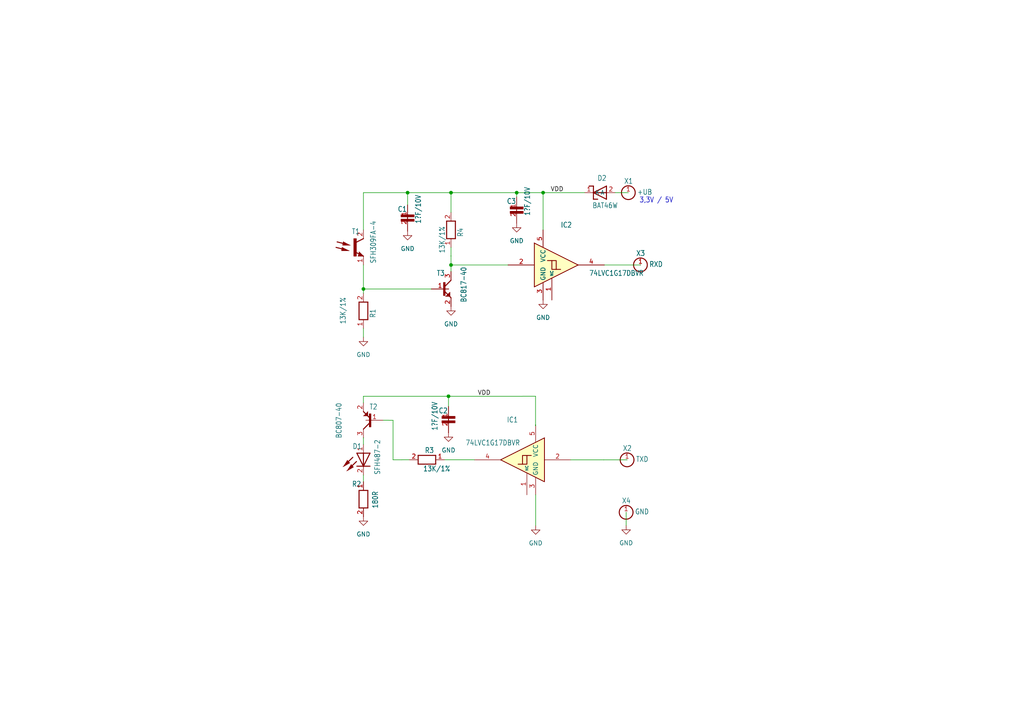
<source format=kicad_sch>
(kicad_sch (version 20230121) (generator eeschema)
  (paper "A4")
  (lib_symbols
    (symbol "74xGxx:74LVC1G17"
      (property "Reference" "U" (at 2.54 7.62 0))
      (property "Value" "74LVC1G17" (at 5.08 -7.62 0))
      (symbol "74LVC1G17_0_1"
        (polyline (pts (xy -2.54 1.27) (xy -1.27 1.27) (xy -1.27 -1.27)) (stroke (width 0.254)) (fill (type background)))
        (polyline (pts (xy -7.62 6.35) (xy -7.62 -6.35) (xy 5.08 0) (xy -7.62 6.35)) (stroke (width 0.254)) (fill (type background)))
        (polyline (pts (xy -3.81 1.27) (xy -2.54 1.27) (xy -2.54 -1.27) (xy 0 -1.27)) (stroke (width 0.254)) (fill (type background)))
      )
      (symbol "74LVC1G17_1_1"
        (pin free line (at -2.54 -10.16 90) (length 6.35) (name "NC") (number "1"))
        (pin input line (at -15.24 0 0) (length 7.62) (name "~") (number "2"))
        (pin power_in line (at -5.08 -10.16 90) (length 5.08) (name "GND") (number "3"))
        (pin output line (at 12.7 0 180) (length 7.62) (name "~") (number "4"))
        (pin power_in line (at -5.08 10.16 270) (length 5.08) (name "VCC") (number "5"))
      )
    )
    (symbol "IR_Schreib_Lesekopf_TTL_Neu_V1-eagle-import:+UB"
      (property "Reference" "X" (at -1.27 2.54 0))
      (symbol "+UB_1_0"
        (circle (center 0 0) (radius 2) (stroke (width 0.3)))
        (pin passive line (at 0 0 0) (length 0) (name "1") (number "1"))
      )
    )
    (symbol "IR_Schreib_Lesekopf_TTL_Neu_V1-eagle-import:13K/1%"
      (property "Reference" "R" (at -0.635 1.905 0))
      (symbol "13K/1%_1_0"
        (polyline (pts (xy -2.54 -1.27) (xy 2.54 -1.27)) (stroke (width 0.3)))
        (polyline (pts (xy -2.54 1.27) (xy -2.54 -1.27)) (stroke (width 0.3)))
        (polyline (pts (xy 2.54 -1.27) (xy 2.54 1.27)) (stroke (width 0.3)))
        (polyline (pts (xy 2.54 1.27) (xy -2.54 1.27)) (stroke (width 0.3)))
        (pin passive line (at 5.08 0 180) (length 2.54) (name "1") (number "1"))
        (pin passive line (at -5.08 0 0) (length 2.54) (name "2") (number "2"))
      )
    )
    (symbol "IR_Schreib_Lesekopf_TTL_Neu_V1-eagle-import:180R"
      (property "Reference" "R" (at -0.635 3.58 0))
      (symbol "180R_1_0"
        (polyline (pts (xy -1.27 -2.54) (xy 1.27 -2.54)) (stroke (width 0.3)))
        (polyline (pts (xy -1.27 2.54) (xy -1.27 -2.54)) (stroke (width 0.3)))
        (polyline (pts (xy 1.27 -2.54) (xy 1.27 2.54)) (stroke (width 0.3)))
        (polyline (pts (xy 1.27 2.54) (xy -1.27 2.54)) (stroke (width 0.3)))
        (pin passive line (at 0 5.08 270) (length 2.54) (name "1") (number "1"))
        (pin passive line (at 0 -5.08 90) (length 2.54) (name "2") (number "2"))
      )
    )
    (symbol "IR_Schreib_Lesekopf_TTL_Neu_V1-eagle-import:1�F/10V"
      (property "Reference" "C" (at -2.893 1.77 0))
      (symbol "1�F/10V_1_0"
        (rectangle (start 1.905 -0.952) (end -1.905 -0.318) (fill (type outline)))
        (rectangle (start 1.905 0.318) (end -1.905 0.952) (fill (type outline)))
        (pin passive line (at 0 3.81 270) (length 5.08) (name "1") (number "1"))
        (pin passive line (at 0 -3.81 90) (length 5.08) (name "2") (number "2"))
      )
    )
    (symbol "IR_Schreib_Lesekopf_TTL_Neu_V1-eagle-import:BAT46W"
      (property "Reference" "D" (at -1.3775 3.3975 0))
      (symbol "BAT46W_1_0"
        (polyline (pts (xy -2.54 0) (xy 1.27 -1.905)) (stroke (width 0.3)))
        (polyline (pts (xy -2.508 -1.905) (xy -2.508 1.905)) (stroke (width 0.3)))
        (polyline (pts (xy -2.508 1.905) (xy -3.746 1.905)) (stroke (width 0.3)))
        (polyline (pts (xy -1.27 -1.905) (xy -2.508 -1.905)) (stroke (width 0.3)))
        (polyline (pts (xy 1.27 -1.905) (xy 1.27 1.905)) (stroke (width 0.3)))
        (polyline (pts (xy 1.27 0) (xy -2.54 0)) (stroke (width 0.3)))
        (polyline (pts (xy 1.27 1.905) (xy -2.54 0)) (stroke (width 0.3)))
        (pin passive line (at -5.08 0 0) (length 2.54) (name "K") (number "1"))
        (pin passive line (at 3.81 0 180) (length 2.54) (name "A") (number "2"))
      )
    )
    (symbol "IR_Schreib_Lesekopf_TTL_Neu_V1-eagle-import:BC807-40"
      (property "Reference" "T" (at -1.606 3.115 0))
      (symbol "BC807-40_1_0"
        (rectangle (start -3.5287 1.905) (end -4.0287 -1.905) (fill (type outline)))
        (polyline (pts (xy -3.81 -0.635) (xy -5.715 -2.54)) (stroke (width 0.3)))
        (polyline (pts (xy -3.81 0.635) (xy -5.715 2.54)) (stroke (width 0.3)))
        (polyline (pts (xy -4.4545 2.5697) (xy -4.4545 1.2997) (xy -5.7245 1.2997)) (fill (type outline)))
        (pin passive line (at 0.049 0.035 180) (length 5.08) (name "1") (number "1"))
        (pin passive line (at -5.719 5.082 270) (length 2.54) (name "2") (number "2"))
        (pin passive line (at -5.713 -5.082 90) (length 2.54) (name "3") (number "3"))
      )
    )
    (symbol "IR_Schreib_Lesekopf_TTL_Neu_V1-eagle-import:BC817-40"
      (property "Reference" "T" (at 1.522 3.775 0))
      (symbol "BC817-40_1_0"
        (polyline (pts (xy 3.81 -0.635) (xy 5.715 -2.54)) (stroke (width 0.3)))
        (polyline (pts (xy 3.81 0.635) (xy 5.715 2.54)) (stroke (width 0.3)))
        (polyline (pts (xy 5.4114 -2.213) (xy 5.4114 -0.943) (xy 4.1414 -2.213)) (fill (type outline)))
        (rectangle (start 3.5287 -1.905) (end 4.0287 1.905) (fill (type outline)))
        (pin passive line (at 0 0 0) (length 5.08) (name "1") (number "1"))
        (pin passive line (at 5.719 -5.081 90) (length 2.54) (name "2") (number "2"))
        (pin passive line (at 5.715 5.08 270) (length 2.54) (name "3") (number "3"))
      )
    )
    (symbol "IR_Schreib_Lesekopf_TTL_Neu_V1-eagle-import:GND"
      (property "Reference" "X" (at -1.27 2.54 0))
      (symbol "GND_1_0"
        (circle (center 0 0) (radius 2) (stroke (width 0.3)))
        (pin passive line (at 0 0 0) (length 0) (name "1") (number "1"))
      )
    )
    (symbol "IR_Schreib_Lesekopf_TTL_Neu_V1-eagle-import:RXD"
      (property "Reference" "X" (at -1.27 2.54 0))
      (symbol "RXD_1_0"
        (circle (center 0 0) (radius 2) (stroke (width 0.3)))
        (pin passive line (at 0 0 0) (length 0) (name "1") (number "1"))
      )
    )
    (symbol "IR_Schreib_Lesekopf_TTL_Neu_V1-eagle-import:SFH309FA-4"
      (property "Reference" "T" (at -0.889 3.81 0))
      (symbol "SFH309FA-4_1_0"
        (rectangle (start -0.254 -2.54) (end 0.508 2.54) (fill (type outline)))
        (polyline (pts (xy -5.398 0.001) (xy -2.858 -0.635)) (stroke (width 0.3)))
        (polyline (pts (xy -5.08 1.588) (xy -2.54 0.953)) (stroke (width 0.3)))
        (polyline (pts (xy 2.54 -2.54) (xy 0.508 -1.524)) (stroke (width 0.3)))
        (polyline (pts (xy 2.54 2.54) (xy 0.508 1.524)) (stroke (width 0.3)))
        (polyline (pts (xy -1.588 -0.952) (xy -3.81 -0.952) (xy -3.624 0.062)) (fill (type outline)))
        (polyline (pts (xy -1.27 0.635) (xy -3.492 0.635) (xy -3.252 1.674)) (fill (type outline)))
        (polyline (pts (xy 0.952 -2.54) (xy 2.54 -2.54) (xy 1.27 -1.27)) (fill (type outline)))
        (pin passive line (at 2.54 -5.08 90) (length 2.54) (name "1") (number "1"))
        (pin passive line (at 2.54 5.08 270) (length 2.54) (name "2") (number "2"))
      )
    )
    (symbol "IR_Schreib_Lesekopf_TTL_Neu_V1-eagle-import:SFH487-2"
      (property "Reference" "D" (at -3.175 2.445 0))
      (symbol "SFH487-2_1_0"
        (polyline (pts (xy -3.0836 0.0731) (xy -4.9658 -1.7468)) (stroke (width 0.3)))
        (polyline (pts (xy -2.0147 -1.1422) (xy -3.8964 -2.963)) (stroke (width 0.3)))
        (polyline (pts (xy -1.905 -2.508) (xy 1.905 -2.508)) (stroke (width 0.3)))
        (polyline (pts (xy -1.905 1.27) (xy 1.905 1.27)) (stroke (width 0.3)))
        (polyline (pts (xy 0 -2.54) (xy -1.905 1.27)) (stroke (width 0.3)))
        (polyline (pts (xy 0 1.27) (xy 0 -2.54)) (stroke (width 0.3)))
        (polyline (pts (xy 1.905 1.27) (xy 0 -2.54)) (stroke (width 0.3)))
        (polyline (pts (xy -5.9067 -2.6572) (xy -3.9823 -1.5462) (xy -4.7097 -0.7663)) (fill (type outline)))
        (polyline (pts (xy -4.8378 -3.8725) (xy -2.9135 -2.7615) (xy -3.5815 -1.9764)) (fill (type outline)))
        (pin passive line (at 0 3.81 270) (length 2.54) (name "1") (number "1"))
        (pin passive line (at 0 -5.08 90) (length 2.54) (name "2") (number "2"))
      )
    )
    (symbol "IR_Schreib_Lesekopf_TTL_Neu_V1-eagle-import:TXD"
      (property "Reference" "X" (at -1.27 2.54 0))
      (symbol "TXD_1_0"
        (circle (center 0 0) (radius 2) (stroke (width 0.3)))
        (pin passive line (at 0 0 0) (length 0) (name "1") (number "1"))
      )
    )
    (symbol "power:GND" (power) (pin_names (offset 0))
      (property "Value" "GND" (at 0 -3.81 0))
      (symbol "GND_0_1"
        (polyline (pts (xy 0 0) (xy 0 -1.27) (xy 1.27 -1.27) (xy 0 -2.54) (xy -1.27 -1.27) (xy 0 -1.27)))
      )
      (symbol "GND_1_1"
        (pin power_in line (at 0 0 270) (length 0) hide (name "GND") (number "1"))
      )
    )
  )
  (junction (at 130.81 76.8565))
  (junction (at 157.5203 55.88))
  (junction (at 149.86 55.88))
  (junction (at 130.0843 114.935))
  (junction (at 130.81 55.88))
  (junction (at 105.41 83.82))
  (junction (at 118.2167 55.88))
  (wire (pts (xy 130.81 55.88) (xy 149.86 55.88)))
  (wire (pts (xy 149.86 55.88) (xy 157.5203 55.88)))
  (wire (pts (xy 112.7683 121.8948) (xy 112.7683 121.885)))
  (wire (pts (xy 105.41 55.88) (xy 118.2167 55.88)))
  (wire (pts (xy 175.1097 133.3732) (xy 175.1097 133.3681)))
  (wire (pts (xy 130.81 76.8565) (xy 130.81 78.74)))
  (wire (pts (xy 105.41 127.002) (xy 105.412 127.002)))
  (wire (pts (xy 105.406 116.838) (xy 105.406 114.935)))
  (wire (pts (xy 105.406 114.935) (xy 130.0843 114.935)))
  (wire (pts (xy 137.5821 133.35) (xy 137.5821 133.3681)))
  (wire (pts (xy 116.5783 133.3598) (xy 116.5783 133.35)))
  (wire (pts (xy 157.5183 66.6965) (xy 157.5203 66.6965)))
  (wire (pts (xy 185.7512 76.8565) (xy 185.7512 76.8269)))
  (wire (pts (xy 151.5499 114.9256) (xy 151.5499 114.935)))
  (wire (pts (xy 155.3302 114.9256) (xy 155.3302 123.4541)))
  (wire (pts (xy 155.3302 123.4541) (xy 155.3599 123.4541)))
  (wire (pts (xy 155.3673 143.5281) (xy 155.3621 143.5281)))
  (wire (pts (xy 157.5203 66.6965) (xy 157.5203 55.88)))
  (wire (pts (xy 130.7929 74.295) (xy 130.7929 74.1842)))
  (wire (pts (xy 130.81 71.755) (xy 130.81 76.8565)))
  (wire (pts (xy 128.905 133.35) (xy 137.5821 133.35)))
  (wire (pts (xy 112.7683 121.885) (xy 111.174 121.885)))
  (wire (pts (xy 105.41 76.835) (xy 105.41 83.82)))
  (wire (pts (xy 175.1097 133.3681) (xy 165.5221 133.3681)))
  (wire (pts (xy 178.435 55.88) (xy 182.245 55.88)))
  (wire (pts (xy 130.81 61.595) (xy 130.81 55.88)))
  (wire (pts (xy 114.0005 121.8948) (xy 114.0005 133.3598)))
  (wire (pts (xy 149.86 55.88) (xy 149.86 57.15)))
  (wire (pts (xy 105.41 66.675) (xy 105.41 55.88)))
  (wire (pts (xy 155.3599 123.4541) (xy 155.3599 123.2081)))
  (wire (pts (xy 155.3673 152.4416) (xy 155.3673 143.5281)))
  (wire (pts (xy 181.61 148.59) (xy 181.61 152.4)))
  (wire (pts (xy 118.2167 59.4313) (xy 118.2167 55.88)))
  (wire (pts (xy 130.0843 114.935) (xy 151.5499 114.935)))
  (wire (pts (xy 105.41 83.82) (xy 105.41 85.09)))
  (wire (pts (xy 147.3583 76.8565) (xy 130.81 76.8565)))
  (wire (pts (xy 105.41 128.905) (xy 105.41 127.002)))
  (wire (pts (xy 118.2167 55.88) (xy 130.81 55.88)))
  (wire (pts (xy 175.1097 133.3732) (xy 181.882 133.3732)))
  (wire (pts (xy 114.0005 121.8948) (xy 112.7683 121.8948)))
  (wire (pts (xy 125.095 83.82) (xy 105.41 83.82)))
  (wire (pts (xy 155.3302 114.9256) (xy 151.5499 114.9256)))
  (wire (pts (xy 175.2983 76.8565) (xy 185.7512 76.8565)))
  (wire (pts (xy 157.5203 55.88) (xy 169.545 55.88)))
  (wire (pts (xy 116.5783 133.35) (xy 118.745 133.35)))
  (wire (pts (xy 105.41 95.25) (xy 105.41 97.79)))
  (wire (pts (xy 155.3599 123.2081) (xy 155.3621 123.2081)))
  (wire (pts (xy 114.0005 133.3598) (xy 116.5783 133.3598)))
  (wire (pts (xy 130.0843 117.8904) (xy 130.0843 114.935)))
  (wire (pts (xy 105.41 137.795) (xy 105.41 139.7)))
  (text "3,3V / 5V" (at 185.42 59.055 0) (effects (font (size 1.5 1.275)) (justify left bottom)))
  (label "VDD" (at 159.6517 55.88 0))
  (label "VDD" (at 138.5145 114.935 0))
  (symbol (lib_id "IR_Schreib_Lesekopf_TTL_Neu_V1-eagle-import:13K/1%") (at 130.81 66.675 270) (unit 1)
    (property "Reference" "R4" (at 132.715 66.04 0) (effects (font (size 1.5 1.275)) (justify left bottom)))
    (property "Value" "13K/1%" (at 127.405 65.565 0) (effects (font (size 1.5 1.275)) (justify left bottom)))
    (property "Footprint" "IR_Schreib_Lesekopf_TTL_Neu_V1:0603" (effects hide))
  )
  (symbol (lib_id "IR_Schreib_Lesekopf_TTL_Neu_V1-eagle-import:BC807-40") (at 111.125 121.92 0) (unit 1)
    (property "Reference" "T2" (at 109.519 118.805 0) (effects (font (size 1.5 1.275)) (justify right bottom)))
    (property "Value" "BC807-40" (at 99.1124 116.7583 90) (effects (font (size 1.5 1.275)) (justify right bottom)))
    (property "Footprint" "IR_Schreib_Lesekopf_TTL_Neu_V1:SOT23_3" (effects hide))
  )
  (symbol (lib_id "IR_Schreib_Lesekopf_TTL_Neu_V1-eagle-import:RXD") (at 185.7512 76.8269 0) (unit 1)
    (property "Reference" "X3" (at 184.4812 74.2869 0) (effects (font (size 1.5 1.275)) (justify left bottom)))
    (property "Value" "RXD" (at 188.2912 77.4619 0) (effects (font (size 1.5 1.275)) (justify left bottom)))
    (property "Footprint" "IR_Schreib_Lesekopf_TTL_Neu_V1:LOETPUNKT" (effects hide))
  )
  (symbol (lib_id "IR_Schreib_Lesekopf_TTL_Neu_V1-eagle-import:BC817-40") (at 125.095 83.82 0) (unit 1)
    (property "Reference" "T3" (at 126.617 80.045 0) (effects (font (size 1.5 1.275)) (justify left bottom)))
    (property "Value" "BC817-40" (at 135.3191 87.7693 90) (effects (font (size 1.5 1.275)) (justify left bottom)))
    (property "Footprint" "IR_Schreib_Lesekopf_TTL_Neu_V1:SOT23_3" (effects hide))
  )
  (symbol (lib_id "IR_Schreib_Lesekopf_TTL_Neu_V1-eagle-import:SFH309FA-4") (at 102.87 71.755 0) (unit 1)
    (property "Reference" "T1" (at 101.981 67.945 0) (effects (font (size 1.5 1.275)) (justify left bottom)))
    (property "Value" "SFH309FA-4" (at 109.093 76.454 90) (effects (font (size 1.5 1.275)) (justify left bottom)))
    (property "Footprint" "IR_Schreib_Lesekopf_TTL_Neu_V1:LED_3MM" (effects hide))
  )
  (symbol (lib_id "IR_Schreib_Lesekopf_TTL_Neu_V1-eagle-import:180R") (at 105.41 144.78 0) (unit 1)
    (property "Reference" "R2" (at 104.775 141.2 0) (effects (font (size 1.5 1.275)) (justify right bottom)))
    (property "Value" "180R" (at 109.6695 147.5265 90) (effects (font (size 1.5 1.275)) (justify left bottom)))
    (property "Footprint" "IR_Schreib_Lesekopf_TTL_Neu_V1:0603" (effects hide))
  )
  (symbol (lib_id "IR_Schreib_Lesekopf_TTL_Neu_V1-eagle-import:1�F/10V") (at 130.0843 121.7004 0) (unit 1)
    (property "Reference" "C2" (at 127.1913 119.9304 0) (effects (font (size 1.5 1.275)) (justify left bottom)))
    (property "Value" "1�F/10V" (at 126.9175 124.9292 90) (effects (font (size 1.5 1.275)) (justify left bottom)))
    (property "Footprint" "IR_Schreib_Lesekopf_TTL_Neu_V1:0603" (effects hide))
  )
  (symbol (lib_id "power:GND") (at 130.814 88.901 0) (unit 1)
    (property "Reference" "#PWR09" (effects hide))
    (property "Value" "GND" (at 130.814 93.981 0))
  )
  (symbol (lib_id "74xGxx:74LVC1G17") (at 150.2821 133.3681 0) (mirror y) (unit 1)
    (property "Reference" "IC1" (at 150.2821 122.5731 0) (effects (font (size 1.5 1.275)) (justify left bottom)))
    (property "Value" "74LVC1G17DBVR" (at 150.8674 129.2369 0) (effects (font (size 1.5 1.275)) (justify left bottom)))
    (property "Footprint" "Package_TO_SOT_SMD:SOT-23-5" (effects hide))
    (property "Datasheet" "https://www.ti.com/lit/ds/symlink/sn74lvc1g17.pdf" (effects hide))
  )
  (symbol (lib_id "74xGxx:74LVC1G17") (at 162.5983 76.8565 0) (unit 1)
    (property "Reference" "IC2" (at 162.5983 66.0615 0) (effects (font (size 1.5 1.275)) (justify left bottom)))
    (property "Value" "74LVC1G17DBVR" (at 170.8533 80.0315 0) (effects (font (size 1.5 1.275)) (justify left bottom)))
    (property "Footprint" "Package_TO_SOT_SMD:SOT-23-5" (effects hide))
    (property "Datasheet" "https://www.ti.com/lit/ds/symlink/sn74lvc1g17.pdf" (effects hide))
  )
  (symbol (lib_id "IR_Schreib_Lesekopf_TTL_Neu_V1-eagle-import:1�F/10V") (at 149.86 60.96 0) (unit 1)
    (property "Reference" "C3" (at 146.967 59.19 0) (effects (font (size 1.5 1.275)) (justify left bottom)))
    (property "Value" "1�F/10V" (at 153.765 62.632 90) (effects (font (size 1.5 1.275)) (justify left bottom)))
    (property "Footprint" "IR_Schreib_Lesekopf_TTL_Neu_V1:0603" (effects hide))
  )
  (symbol (lib_id "IR_Schreib_Lesekopf_TTL_Neu_V1-eagle-import:BAT46W") (at 174.625 55.88 0) (unit 1)
    (property "Reference" "D2" (at 173.2475 52.4825 0) (effects (font (size 1.5 1.275)) (justify left bottom)))
    (property "Value" "BAT46W" (at 171.7825 60.42 0) (effects (font (size 1.5 1.275)) (justify left bottom)))
    (property "Footprint" "IR_Schreib_Lesekopf_TTL_Neu_V1:SOD123" (effects hide))
  )
  (symbol (lib_id "power:GND") (at 118.2167 67.0513 0) (unit 1)
    (property "Reference" "#PWR06" (effects hide))
    (property "Value" "GND" (at 118.2167 72.1313 0))
  )
  (symbol (lib_id "IR_Schreib_Lesekopf_TTL_Neu_V1-eagle-import:1�F/10V") (at 118.2167 63.2413 0) (unit 1)
    (property "Reference" "C1" (at 115.3237 61.4713 0) (effects (font (size 1.5 1.275)) (justify left bottom)))
    (property "Value" "1�F/10V" (at 122.1217 64.9133 90) (effects (font (size 1.5 1.275)) (justify left bottom)))
    (property "Footprint" "IR_Schreib_Lesekopf_TTL_Neu_V1:0603" (effects hide))
  )
  (symbol (lib_id "power:GND") (at 157.5183 87.0165 0) (unit 1)
    (property "Reference" "#PWR08" (effects hide))
    (property "Value" "GND" (at 157.5183 92.0965 0))
  )
  (symbol (lib_id "IR_Schreib_Lesekopf_TTL_Neu_V1-eagle-import:GND") (at 181.61 148.59 0) (unit 1)
    (property "Reference" "X4" (at 180.34 146.05 0) (effects (font (size 1.5 1.275)) (justify left bottom)))
    (property "Value" "GND" (at 184.15 149.225 0) (effects (font (size 1.5 1.275)) (justify left bottom)))
    (property "Footprint" "IR_Schreib_Lesekopf_TTL_Neu_V1:LOETPUNKT" (effects hide))
  )
  (symbol (lib_id "IR_Schreib_Lesekopf_TTL_Neu_V1-eagle-import:13K/1%") (at 105.41 90.17 270) (unit 1)
    (property "Reference" "R1" (at 107.315 89.535 0) (effects (font (size 1.5 1.275)) (justify left bottom)))
    (property "Value" "13K/1%" (at 98.6616 86.1353 0) (effects (font (size 1.5 1.275)) (justify left bottom)))
    (property "Footprint" "IR_Schreib_Lesekopf_TTL_Neu_V1:0603" (effects hide))
  )
  (symbol (lib_id "power:GND") (at 155.3673 152.4416 0) (unit 1)
    (property "Reference" "#PWR02" (effects hide))
    (property "Value" "GND" (at 155.3673 157.5216 0))
  )
  (symbol (lib_id "IR_Schreib_Lesekopf_TTL_Neu_V1-eagle-import:TXD") (at 181.882 133.3732 0) (unit 1)
    (property "Reference" "X2" (at 180.612 130.8332 0) (effects (font (size 1.5 1.275)) (justify left bottom)))
    (property "Value" "TXD" (at 184.422 134.0082 0) (effects (font (size 1.5 1.275)) (justify left bottom)))
    (property "Footprint" "IR_Schreib_Lesekopf_TTL_Neu_V1:LOETPUNKT" (effects hide))
  )
  (symbol (lib_id "IR_Schreib_Lesekopf_TTL_Neu_V1-eagle-import:+UB") (at 182.245 55.88 0) (unit 1)
    (property "Reference" "X1" (at 180.975 53.34 0) (effects (font (size 1.5 1.275)) (justify left bottom)))
    (property "Value" "+UB" (at 184.785 56.515 0) (effects (font (size 1.5 1.275)) (justify left bottom)))
    (property "Footprint" "IR_Schreib_Lesekopf_TTL_Neu_V1:LOETPUNKT" (effects hide))
  )
  (symbol (lib_id "power:GND") (at 149.86 64.77 0) (unit 1)
    (property "Reference" "#PWR07" (effects hide))
    (property "Value" "GND" (at 149.86 69.85 0))
  )
  (symbol (lib_id "power:GND") (at 105.41 97.79 0) (unit 1)
    (property "Reference" "#PWR04" (effects hide))
    (property "Value" "GND" (at 105.41 102.87 0))
  )
  (symbol (lib_id "IR_Schreib_Lesekopf_TTL_Neu_V1-eagle-import:SFH487-2") (at 105.41 132.715 0) (unit 1)
    (property "Reference" "D1" (at 102.235 130.27 0) (effects (font (size 1.5 1.275)) (justify left bottom)))
    (property "Value" "SFH487-2" (at 110.2946 137.7335 90) (effects (font (size 1.5 1.275)) (justify left bottom)))
    (property "Footprint" "IR_Schreib_Lesekopf_TTL_Neu_V1:LED_3MM" (effects hide))
  )
  (symbol (lib_id "power:GND") (at 105.41 149.86 0) (unit 1)
    (property "Reference" "#PWR01" (effects hide))
    (property "Value" "GND" (at 105.41 154.94 0))
  )
  (symbol (lib_id "power:GND") (at 181.61 152.4 0) (unit 1)
    (property "Reference" "#PWR03" (effects hide))
    (property "Value" "GND" (at 181.61 157.48 0))
  )
  (symbol (lib_id "IR_Schreib_Lesekopf_TTL_Neu_V1-eagle-import:13K/1%") (at 123.825 133.35 0) (unit 1)
    (property "Reference" "R3" (at 123.19 131.445 0) (effects (font (size 1.5 1.275)) (justify left bottom)))
    (property "Value" "13K/1%" (at 122.715 136.755 0) (effects (font (size 1.5 1.275)) (justify left bottom)))
    (property "Footprint" "IR_Schreib_Lesekopf_TTL_Neu_V1:0603" (effects hide))
  )
  (symbol (lib_id "power:GND") (at 130.0843 125.5104 0) (unit 1)
    (property "Reference" "#PWR05" (effects hide))
    (property "Value" "GND" (at 130.0843 130.5904 0))
  )
)
</source>
